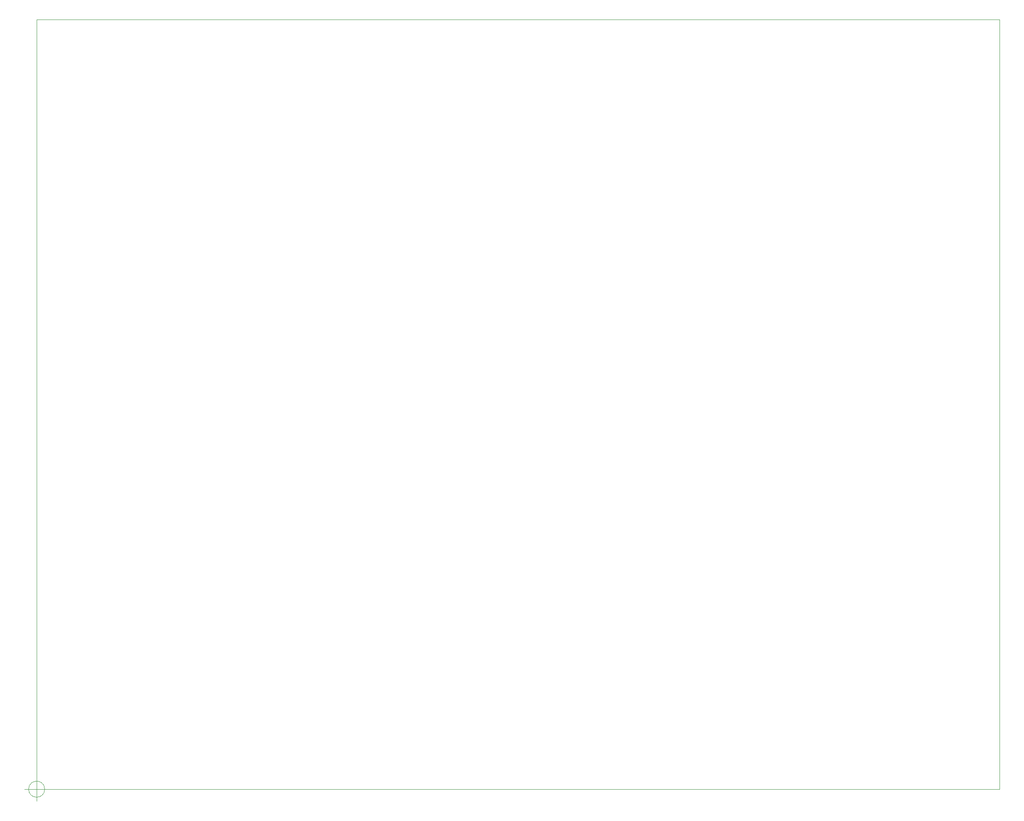
<source format=gbr>
%TF.GenerationSoftware,KiCad,Pcbnew,(6.0.11)*%
%TF.CreationDate,2024-01-15T12:10:08-05:00*%
%TF.ProjectId,SAB80535-Dev-Board,53414238-3035-4333-952d-4465762d426f,rev?*%
%TF.SameCoordinates,Original*%
%TF.FileFunction,Profile,NP*%
%FSLAX46Y46*%
G04 Gerber Fmt 4.6, Leading zero omitted, Abs format (unit mm)*
G04 Created by KiCad (PCBNEW (6.0.11)) date 2024-01-15 12:10:08*
%MOMM*%
%LPD*%
G01*
G04 APERTURE LIST*
%TA.AperFunction,Profile*%
%ADD10C,0.100000*%
%TD*%
G04 APERTURE END LIST*
D10*
X250000000Y-200000000D02*
X250000000Y-40000000D01*
X150000000Y-200000000D02*
X50000000Y-200000000D01*
X150000000Y-40000000D02*
X50000000Y-40000000D01*
X250000000Y-40000000D02*
X150000000Y-40000000D01*
X250000000Y-200000000D02*
X150000000Y-200000000D01*
X50000000Y-40000000D02*
X50000000Y-200000000D01*
X51666666Y-200000000D02*
G75*
G03*
X51666666Y-200000000I-1666666J0D01*
G01*
X47500000Y-200000000D02*
X52500000Y-200000000D01*
X50000000Y-197500000D02*
X50000000Y-202500000D01*
M02*

</source>
